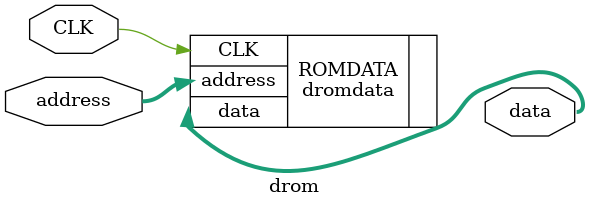
<source format=v>
`include "dromdata.v"

module drom(
    input wire CLK,
    input wire [15:0] address,
    output wire [15:0] data
  );

  // This will be a placeholder for actual
  // writable ROM that we'll figure out later
  dromdata ROMDATA(
    .CLK(CLK),
    .address(address),
    .data(data)
    );

endmodule

</source>
